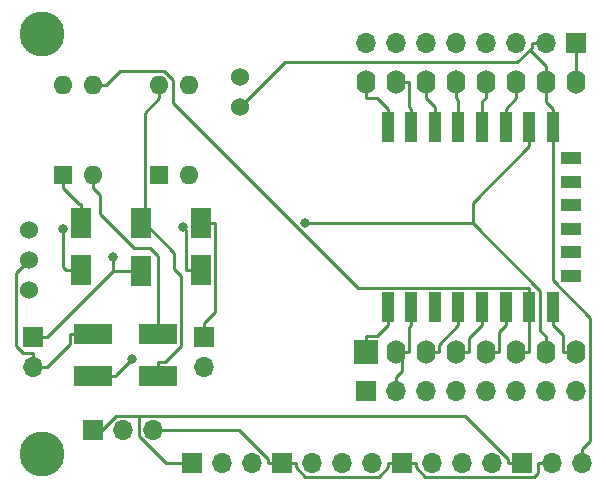
<source format=gbr>
%TF.GenerationSoftware,KiCad,Pcbnew,5.1.5+dfsg1-2build2*%
%TF.CreationDate,2021-07-06T16:50:00+02:00*%
%TF.ProjectId,airpcb_smd,61697270-6362-45f7-936d-642e6b696361,rev?*%
%TF.SameCoordinates,Original*%
%TF.FileFunction,Copper,L1,Top*%
%TF.FilePolarity,Positive*%
%FSLAX46Y46*%
G04 Gerber Fmt 4.6, Leading zero omitted, Abs format (unit mm)*
G04 Created by KiCad (PCBNEW 5.1.5+dfsg1-2build2) date 2021-07-06 16:50:00*
%MOMM*%
%LPD*%
G04 APERTURE LIST*
%TA.AperFunction,ComponentPad*%
%ADD10O,1.700000X1.700000*%
%TD*%
%TA.AperFunction,ComponentPad*%
%ADD11R,1.700000X1.700000*%
%TD*%
%TA.AperFunction,ComponentPad*%
%ADD12C,1.524000*%
%TD*%
%TA.AperFunction,ComponentPad*%
%ADD13C,3.800000*%
%TD*%
%TA.AperFunction,ComponentPad*%
%ADD14O,1.600000X2.000000*%
%TD*%
%TA.AperFunction,ComponentPad*%
%ADD15R,2.000000X2.000000*%
%TD*%
%TA.AperFunction,SMDPad,CuDef*%
%ADD16R,1.000000X2.500000*%
%TD*%
%TA.AperFunction,SMDPad,CuDef*%
%ADD17R,1.800000X1.000000*%
%TD*%
%TA.AperFunction,SMDPad,CuDef*%
%ADD18R,1.800000X2.500000*%
%TD*%
%TA.AperFunction,ComponentPad*%
%ADD19R,1.600000X1.600000*%
%TD*%
%TA.AperFunction,ComponentPad*%
%ADD20O,1.600000X1.600000*%
%TD*%
%TA.AperFunction,SMDPad,CuDef*%
%ADD21R,3.300000X1.700000*%
%TD*%
%TA.AperFunction,ViaPad*%
%ADD22C,0.800000*%
%TD*%
%TA.AperFunction,Conductor*%
%ADD23C,0.250000*%
%TD*%
G04 APERTURE END LIST*
D10*
%TO.P,J9,3*%
%TO.N,3V3*%
X62738000Y-45212000D03*
%TO.P,J9,2*%
%TO.N,PSU_OUT*%
X60198000Y-45212000D03*
D11*
%TO.P,J9,1*%
%TO.N,5V*%
X57658000Y-45212000D03*
%TD*%
D12*
%TO.P,J11,5*%
%TO.N,GND*%
X70096400Y-17889200D03*
%TO.P,J11,4*%
%TO.N,PSU_OUT*%
X70096400Y-15349200D03*
%TO.P,J11,3*%
%TO.N,Net-(J11-Pad3)*%
X52230000Y-28262600D03*
%TO.P,J11,2*%
%TO.N,B*%
X52230000Y-30802600D03*
%TO.P,J11,1*%
%TO.N,Net-(J11-Pad1)*%
X52230000Y-33342600D03*
%TD*%
D13*
%TO.P,M1,1*%
%TO.N,N/C*%
X53340000Y-11684000D03*
%TD*%
D10*
%TO.P,J6,8*%
%TO.N,ESP_TX*%
X80772000Y-12446000D03*
%TO.P,J6,7*%
%TO.N,ESP_RX*%
X83312000Y-12446000D03*
%TO.P,J6,6*%
%TO.N,SCL*%
X85852000Y-12446000D03*
%TO.P,J6,5*%
%TO.N,SDA*%
X88392000Y-12446000D03*
%TO.P,J6,4*%
%TO.N,D3*%
X90932000Y-12446000D03*
%TO.P,J6,3*%
%TO.N,D4*%
X93472000Y-12446000D03*
%TO.P,J6,2*%
%TO.N,GND*%
X96012000Y-12446000D03*
D11*
%TO.P,J6,1*%
%TO.N,5V*%
X98552000Y-12446000D03*
%TD*%
D10*
%TO.P,J5,8*%
%TO.N,3V3*%
X98552000Y-41910000D03*
%TO.P,J5,7*%
%TO.N,D8*%
X96012000Y-41910000D03*
%TO.P,J5,6*%
%TO.N,D7*%
X93472000Y-41910000D03*
%TO.P,J5,5*%
%TO.N,D6*%
X90932000Y-41910000D03*
%TO.P,J5,4*%
%TO.N,D5*%
X88392000Y-41910000D03*
%TO.P,J5,3*%
%TO.N,D0*%
X85852000Y-41910000D03*
%TO.P,J5,2*%
%TO.N,A0*%
X83312000Y-41910000D03*
D11*
%TO.P,J5,1*%
%TO.N,RST*%
X80772000Y-41910000D03*
%TD*%
D13*
%TO.P,M2,1*%
%TO.N,N/C*%
X53340000Y-47244000D03*
%TD*%
D14*
%TO.P,U3,16*%
%TO.N,ESP_TX*%
X80772000Y-15748000D03*
%TO.P,U3,15*%
%TO.N,ESP_RX*%
X83312000Y-15748000D03*
%TO.P,U3,14*%
%TO.N,SCL*%
X85852000Y-15748000D03*
%TO.P,U3,13*%
%TO.N,SDA*%
X88392000Y-15748000D03*
%TO.P,U3,12*%
%TO.N,D3*%
X90932000Y-15748000D03*
%TO.P,U3,11*%
%TO.N,D4*%
X93472000Y-15748000D03*
%TO.P,U3,10*%
%TO.N,GND*%
X96012000Y-15748000D03*
%TO.P,U3,9*%
%TO.N,5V*%
X98552000Y-15748000D03*
%TO.P,U3,8*%
%TO.N,3V3*%
X98552000Y-38608000D03*
%TO.P,U3,7*%
%TO.N,D8*%
X96012000Y-38608000D03*
%TO.P,U3,6*%
%TO.N,D7*%
X93472000Y-38608000D03*
%TO.P,U3,5*%
%TO.N,D6*%
X90932000Y-38608000D03*
%TO.P,U3,4*%
%TO.N,D5*%
X88392000Y-38608000D03*
%TO.P,U3,3*%
%TO.N,D0*%
X85852000Y-38608000D03*
D15*
%TO.P,U3,1*%
%TO.N,RST*%
X80772000Y-38608000D03*
D14*
%TO.P,U3,2*%
%TO.N,A0*%
X83312000Y-38608000D03*
%TD*%
D16*
%TO.P,U4,22*%
%TO.N,ESP_TX*%
X82606000Y-19578000D03*
%TO.P,U4,21*%
%TO.N,ESP_RX*%
X84606000Y-19578000D03*
%TO.P,U4,20*%
%TO.N,SCL*%
X86606000Y-19578000D03*
%TO.P,U4,19*%
%TO.N,SDA*%
X88606000Y-19578000D03*
%TO.P,U4,18*%
%TO.N,D3*%
X90606000Y-19578000D03*
%TO.P,U4,17*%
%TO.N,D4*%
X92606000Y-19578000D03*
%TO.P,U4,16*%
%TO.N,D8*%
X94606000Y-19578000D03*
%TO.P,U4,15*%
%TO.N,GND*%
X96606000Y-19578000D03*
D17*
%TO.P,U4,14*%
%TO.N,Net-(U4-Pad14)*%
X98106000Y-22178000D03*
%TO.P,U4,13*%
%TO.N,Net-(U4-Pad13)*%
X98106000Y-24178000D03*
%TO.P,U4,12*%
%TO.N,Net-(U4-Pad12)*%
X98106000Y-26178000D03*
%TO.P,U4,11*%
%TO.N,Net-(U4-Pad11)*%
X98106000Y-28178000D03*
%TO.P,U4,10*%
%TO.N,Net-(U4-Pad10)*%
X98106000Y-30178000D03*
%TO.P,U4,9*%
%TO.N,Net-(U4-Pad9)*%
X98106000Y-32178000D03*
D16*
%TO.P,U4,8*%
%TO.N,3V3*%
X96606000Y-34778000D03*
%TO.P,U4,7*%
%TO.N,D7*%
X94606000Y-34778000D03*
%TO.P,U4,6*%
%TO.N,D6*%
X92606000Y-34778000D03*
%TO.P,U4,5*%
%TO.N,D5*%
X90606000Y-34778000D03*
%TO.P,U4,4*%
%TO.N,D0*%
X88606000Y-34778000D03*
%TO.P,U4,3*%
%TO.N,Net-(U4-Pad3)*%
X86606000Y-34778000D03*
%TO.P,U4,2*%
%TO.N,A0*%
X84606000Y-34778000D03*
%TO.P,U4,1*%
%TO.N,RST*%
X82606000Y-34778000D03*
%TD*%
D18*
%TO.P,D2,2*%
%TO.N,Net-(D2-Pad2)*%
X56642000Y-31686000D03*
%TO.P,D2,1*%
%TO.N,Net-(D2-Pad1)*%
X56642000Y-27686000D03*
%TD*%
%TO.P,D4,1*%
%TO.N,Net-(D3-Pad1)*%
X61722000Y-27718000D03*
%TO.P,D4,2*%
%TO.N,A*%
X61722000Y-31718000D03*
%TD*%
%TO.P,D5,1*%
%TO.N,Net-(D5-Pad1)*%
X66802000Y-27686000D03*
%TO.P,D5,2*%
%TO.N,Net-(D5-Pad2)*%
X66802000Y-31686000D03*
%TD*%
D11*
%TO.P,J1,1*%
%TO.N,3V3*%
X83820000Y-48006000D03*
D10*
%TO.P,J1,2*%
%TO.N,GND*%
X86360000Y-48006000D03*
%TO.P,J1,3*%
%TO.N,SCL*%
X88900000Y-48006000D03*
%TO.P,J1,4*%
%TO.N,SDA*%
X91440000Y-48006000D03*
%TD*%
%TO.P,J2,4*%
%TO.N,GND*%
X81280000Y-48006000D03*
%TO.P,J2,3*%
%TO.N,Net-(J2-Pad3)*%
X78740000Y-48006000D03*
%TO.P,J2,2*%
%TO.N,D3*%
X76200000Y-48006000D03*
D11*
%TO.P,J2,1*%
%TO.N,3V3*%
X73660000Y-48006000D03*
%TD*%
%TO.P,J3,1*%
%TO.N,Net-(D5-Pad1)*%
X67056000Y-37338000D03*
D10*
%TO.P,J3,2*%
%TO.N,Net-(J11-Pad3)*%
X67056000Y-39878000D03*
%TD*%
%TO.P,J4,2*%
%TO.N,B*%
X52578000Y-39878000D03*
D11*
%TO.P,J4,1*%
%TO.N,A*%
X52578000Y-37338000D03*
%TD*%
%TO.P,J7,1*%
%TO.N,5V*%
X93980000Y-48006000D03*
D10*
%TO.P,J7,2*%
%TO.N,3V3*%
X96520000Y-48006000D03*
%TO.P,J7,3*%
%TO.N,GND*%
X99060000Y-48006000D03*
%TD*%
%TO.P,J8,3*%
%TO.N,GND*%
X71120000Y-48006000D03*
%TO.P,J8,2*%
%TO.N,D4*%
X68580000Y-48006000D03*
D11*
%TO.P,J8,1*%
%TO.N,5V*%
X66040000Y-48006000D03*
%TD*%
D19*
%TO.P,U1,1*%
%TO.N,Net-(D2-Pad1)*%
X55118000Y-23622000D03*
D20*
%TO.P,U1,3*%
%TO.N,D7*%
X57658000Y-16002000D03*
%TO.P,U1,2*%
%TO.N,Net-(D1-Pad1)*%
X57658000Y-23622000D03*
%TO.P,U1,4*%
%TO.N,3V3*%
X55118000Y-16002000D03*
%TD*%
%TO.P,U2,4*%
%TO.N,Net-(D3-Pad1)*%
X63246000Y-16002000D03*
%TO.P,U2,2*%
%TO.N,GND*%
X65786000Y-23622000D03*
%TO.P,U2,3*%
%TO.N,Net-(R6-Pad2)*%
X65786000Y-16002000D03*
D19*
%TO.P,U2,1*%
%TO.N,Net-(Q1-Pad3)*%
X63246000Y-23622000D03*
%TD*%
D21*
%TO.P,D1,2*%
%TO.N,B*%
X57658000Y-37084000D03*
%TO.P,D1,1*%
%TO.N,Net-(D1-Pad1)*%
X63158000Y-37084000D03*
%TD*%
%TO.P,D3,1*%
%TO.N,Net-(D3-Pad1)*%
X63158000Y-40640000D03*
%TO.P,D3,2*%
%TO.N,Net-(D3-Pad2)*%
X57658000Y-40640000D03*
%TD*%
D22*
%TO.N,Net-(D2-Pad2)*%
X55133700Y-28155900D03*
%TO.N,Net-(D3-Pad2)*%
X60928000Y-39227200D03*
%TO.N,A*%
X59373300Y-30535800D03*
%TO.N,Net-(D5-Pad2)*%
X65282000Y-27997900D03*
%TO.N,D8*%
X75605200Y-27681600D03*
%TD*%
D23*
%TO.N,B*%
X52578000Y-39878000D02*
X52578000Y-38702700D01*
X52578000Y-38702700D02*
X51770000Y-38702700D01*
X51770000Y-38702700D02*
X51135400Y-38068100D01*
X51135400Y-38068100D02*
X51135400Y-31897200D01*
X51135400Y-31897200D02*
X52230000Y-30802600D01*
X53165700Y-39878000D02*
X52578000Y-39878000D01*
X53165700Y-39878000D02*
X53753300Y-39878000D01*
X57658000Y-37084000D02*
X55682700Y-37084000D01*
X55682700Y-37084000D02*
X55682700Y-37948600D01*
X55682700Y-37948600D02*
X53753300Y-39878000D01*
%TO.N,Net-(D1-Pad1)*%
X57658000Y-23622000D02*
X57658000Y-24747300D01*
X63158000Y-37084000D02*
X63158000Y-30506500D01*
X63158000Y-30506500D02*
X62461900Y-29810400D01*
X62461900Y-29810400D02*
X61140000Y-29810400D01*
X61140000Y-29810400D02*
X58219600Y-26890000D01*
X58219600Y-26890000D02*
X58219600Y-25308900D01*
X58219600Y-25308900D02*
X57658000Y-24747300D01*
%TO.N,Net-(D2-Pad1)*%
X56642000Y-27686000D02*
X56642000Y-26110700D01*
X55118000Y-23622000D02*
X55118000Y-24747300D01*
X55118000Y-24747300D02*
X56481400Y-26110700D01*
X56481400Y-26110700D02*
X56642000Y-26110700D01*
%TO.N,Net-(D2-Pad2)*%
X55133700Y-28155900D02*
X55133700Y-31403000D01*
X55133700Y-31403000D02*
X55416700Y-31686000D01*
X56642000Y-31686000D02*
X55416700Y-31686000D01*
%TO.N,Net-(D3-Pad1)*%
X63158000Y-40640000D02*
X63158000Y-39464700D01*
X63158000Y-39464700D02*
X63745600Y-39464700D01*
X63745600Y-39464700D02*
X65133400Y-38076900D01*
X65133400Y-38076900D02*
X65133400Y-32136100D01*
X65133400Y-32136100D02*
X64556600Y-31559300D01*
X64556600Y-31559300D02*
X64556600Y-30240600D01*
X64556600Y-30240600D02*
X62034000Y-27718000D01*
X63246000Y-16002000D02*
X63246000Y-17127300D01*
X62034000Y-27718000D02*
X62034000Y-18339300D01*
X62034000Y-18339300D02*
X63246000Y-17127300D01*
X61722000Y-27718000D02*
X62034000Y-27718000D01*
%TO.N,Net-(D3-Pad2)*%
X57658000Y-40640000D02*
X59633300Y-40640000D01*
X59633300Y-40640000D02*
X59633300Y-40521900D01*
X59633300Y-40521900D02*
X60928000Y-39227200D01*
%TO.N,A*%
X59373300Y-31718000D02*
X59373300Y-30535800D01*
X59373300Y-31718000D02*
X53753300Y-37338000D01*
X61722000Y-31718000D02*
X59373300Y-31718000D01*
X52578000Y-37338000D02*
X53753300Y-37338000D01*
%TO.N,Net-(D5-Pad1)*%
X67056000Y-36162700D02*
X68027300Y-35191400D01*
X68027300Y-35191400D02*
X68027300Y-27686000D01*
X66802000Y-27686000D02*
X68027300Y-27686000D01*
X67056000Y-37338000D02*
X67056000Y-36162700D01*
%TO.N,Net-(D5-Pad2)*%
X65576700Y-31686000D02*
X65576700Y-28292600D01*
X65576700Y-28292600D02*
X65282000Y-27997900D01*
X66802000Y-31686000D02*
X65576700Y-31686000D01*
%TO.N,3V3*%
X73660000Y-48006000D02*
X72484700Y-48006000D01*
X62738000Y-45212000D02*
X70058000Y-45212000D01*
X70058000Y-45212000D02*
X72484700Y-47638700D01*
X72484700Y-47638700D02*
X72484700Y-48006000D01*
X83820000Y-48006000D02*
X82644700Y-48006000D01*
X73660000Y-48006000D02*
X74835300Y-48006000D01*
X74835300Y-48006000D02*
X74835300Y-48373300D01*
X74835300Y-48373300D02*
X75643300Y-49181300D01*
X75643300Y-49181300D02*
X81836800Y-49181300D01*
X81836800Y-49181300D02*
X82644700Y-48373400D01*
X82644700Y-48373400D02*
X82644700Y-48006000D01*
X96606000Y-34778000D02*
X96606000Y-36353300D01*
X98552000Y-38608000D02*
X97426700Y-38608000D01*
X97426700Y-38608000D02*
X97426700Y-37174000D01*
X97426700Y-37174000D02*
X96606000Y-36353300D01*
X83820000Y-48006000D02*
X84995300Y-48006000D01*
X96520000Y-48006000D02*
X95344700Y-48006000D01*
X95344700Y-48006000D02*
X95344700Y-48814000D01*
X95344700Y-48814000D02*
X94977400Y-49181300D01*
X94977400Y-49181300D02*
X85803200Y-49181300D01*
X85803200Y-49181300D02*
X84995300Y-48373400D01*
X84995300Y-48373400D02*
X84995300Y-48006000D01*
%TO.N,GND*%
X99060000Y-48006000D02*
X99060000Y-46830700D01*
X70096400Y-17889200D02*
X73914000Y-14071600D01*
X73914000Y-14071600D02*
X93578500Y-14071600D01*
X93578500Y-14071600D02*
X94619700Y-13030400D01*
X96606000Y-19578000D02*
X96606000Y-32542300D01*
X96606000Y-32542300D02*
X99760800Y-35697100D01*
X99760800Y-35697100D02*
X99760800Y-46129900D01*
X99760800Y-46129900D02*
X99060000Y-46830700D01*
X96606000Y-19372500D02*
X96606000Y-19578000D01*
X96606000Y-19372500D02*
X96606000Y-18002700D01*
X94619700Y-13030400D02*
X94836700Y-12813400D01*
X94836700Y-12813400D02*
X94836700Y-12446000D01*
X94619700Y-13030400D02*
X96012000Y-14422700D01*
X96012000Y-15748000D02*
X96012000Y-14422700D01*
X96012000Y-12446000D02*
X94836700Y-12446000D01*
X96012000Y-15748000D02*
X96012000Y-17408700D01*
X96012000Y-17408700D02*
X96606000Y-18002700D01*
%TO.N,SCL*%
X85852000Y-15748000D02*
X85852000Y-17073300D01*
X85852000Y-17073300D02*
X86606000Y-17827300D01*
X86606000Y-17827300D02*
X86606000Y-19578000D01*
%TO.N,SDA*%
X88392000Y-15748000D02*
X88392000Y-17073300D01*
X88392000Y-17073300D02*
X88606000Y-17287300D01*
X88606000Y-17287300D02*
X88606000Y-19578000D01*
%TO.N,5V*%
X61533100Y-44027600D02*
X89193600Y-44027600D01*
X89193600Y-44027600D02*
X92804700Y-47638700D01*
X92804700Y-47638700D02*
X92804700Y-48006000D01*
X58539500Y-45212000D02*
X58539500Y-45103200D01*
X58539500Y-45103200D02*
X59615100Y-44027600D01*
X59615100Y-44027600D02*
X61533100Y-44027600D01*
X66040000Y-48006000D02*
X63831200Y-48006000D01*
X63831200Y-48006000D02*
X61533100Y-45707900D01*
X61533100Y-45707900D02*
X61533100Y-44027600D01*
X93980000Y-48006000D02*
X92804700Y-48006000D01*
X57658000Y-45212000D02*
X58539500Y-45212000D01*
X98552000Y-15748000D02*
X98552000Y-12446000D01*
%TO.N,D3*%
X90932000Y-17073300D02*
X90606000Y-17399300D01*
X90606000Y-17399300D02*
X90606000Y-19578000D01*
X90932000Y-15748000D02*
X90932000Y-17073300D01*
%TO.N,ESP_TX*%
X80772000Y-15748000D02*
X80772000Y-17073300D01*
X82606000Y-19578000D02*
X82606000Y-18002700D01*
X80772000Y-17073300D02*
X81676600Y-17073300D01*
X81676600Y-17073300D02*
X82606000Y-18002700D01*
%TO.N,ESP_RX*%
X84606000Y-19578000D02*
X84606000Y-18002700D01*
X83312000Y-15748000D02*
X84437300Y-15748000D01*
X84437300Y-15748000D02*
X84437300Y-17834000D01*
X84437300Y-17834000D02*
X84606000Y-18002700D01*
%TO.N,D4*%
X92606000Y-19578000D02*
X92606000Y-18002700D01*
X93472000Y-15748000D02*
X93472000Y-17136700D01*
X93472000Y-17136700D02*
X92606000Y-18002700D01*
%TO.N,RST*%
X80772000Y-38608000D02*
X80772000Y-37282700D01*
X82606000Y-34778000D02*
X82606000Y-36353300D01*
X80772000Y-37282700D02*
X81676600Y-37282700D01*
X81676600Y-37282700D02*
X82606000Y-36353300D01*
%TO.N,A0*%
X83312000Y-41910000D02*
X83312000Y-40734700D01*
X83845500Y-38608000D02*
X83845500Y-40201200D01*
X83845500Y-40201200D02*
X83312000Y-40734700D01*
X83845500Y-38608000D02*
X84437300Y-38608000D01*
X83312000Y-38608000D02*
X83845500Y-38608000D01*
X84606000Y-34778000D02*
X84606000Y-36353300D01*
X84437300Y-38608000D02*
X84437300Y-36522000D01*
X84437300Y-36522000D02*
X84606000Y-36353300D01*
%TO.N,D0*%
X88606000Y-34778000D02*
X88606000Y-36353300D01*
X85852000Y-38608000D02*
X86977300Y-38608000D01*
X86977300Y-38608000D02*
X86977300Y-37982000D01*
X86977300Y-37982000D02*
X88606000Y-36353300D01*
%TO.N,D5*%
X90606000Y-34778000D02*
X90606000Y-36353300D01*
X88392000Y-38608000D02*
X89517300Y-38608000D01*
X89517300Y-38608000D02*
X89517300Y-37442000D01*
X89517300Y-37442000D02*
X90606000Y-36353300D01*
%TO.N,D6*%
X92606000Y-34778000D02*
X92606000Y-36353300D01*
X90932000Y-38608000D02*
X92057300Y-38608000D01*
X92606000Y-36353300D02*
X92057300Y-36902000D01*
X92057300Y-36902000D02*
X92057300Y-38608000D01*
%TO.N,D7*%
X94606000Y-34778000D02*
X94606000Y-33202700D01*
X57658000Y-16002000D02*
X58783300Y-16002000D01*
X58783300Y-16002000D02*
X59942000Y-14843300D01*
X59942000Y-14843300D02*
X63681000Y-14843300D01*
X63681000Y-14843300D02*
X64442100Y-15604400D01*
X64442100Y-15604400D02*
X64442100Y-17552200D01*
X64442100Y-17552200D02*
X80092600Y-33202700D01*
X80092600Y-33202700D02*
X94606000Y-33202700D01*
X94606000Y-35565600D02*
X94606000Y-34778000D01*
X94606000Y-35565600D02*
X94606000Y-36353300D01*
X93472000Y-38608000D02*
X94597300Y-38608000D01*
X94597300Y-38608000D02*
X94597300Y-36362000D01*
X94597300Y-36362000D02*
X94606000Y-36353300D01*
%TO.N,D8*%
X89803100Y-27681600D02*
X95545700Y-33424200D01*
X95545700Y-33424200D02*
X95545700Y-36816400D01*
X95545700Y-36816400D02*
X96012000Y-37282700D01*
X75605200Y-27681600D02*
X89803100Y-27681600D01*
X89803100Y-27681600D02*
X89803100Y-25956200D01*
X89803100Y-25956200D02*
X94606000Y-21153300D01*
X96012000Y-38608000D02*
X96012000Y-37282700D01*
X94606000Y-19578000D02*
X94606000Y-21153300D01*
%TD*%
M02*

</source>
